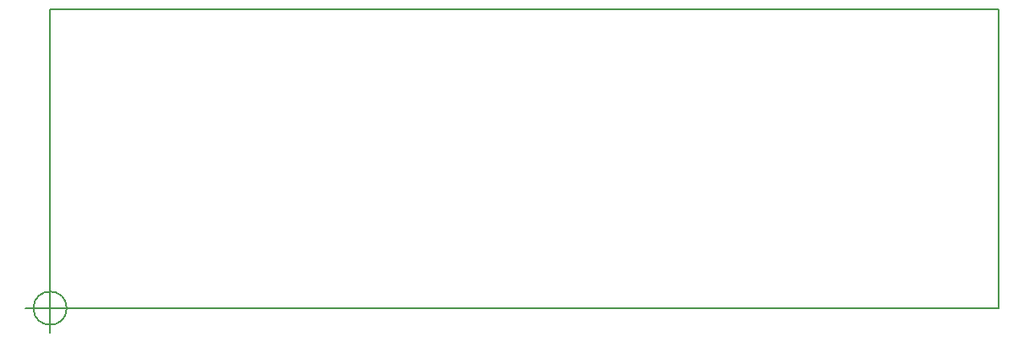
<source format=gbr>
G04 #@! TF.GenerationSoftware,KiCad,Pcbnew,(5.0.2)-1*
G04 #@! TF.CreationDate,2021-04-18T22:49:00+09:00*
G04 #@! TF.ProjectId,ESP32_LED,45535033-325f-44c4-9544-2e6b69636164,rev?*
G04 #@! TF.SameCoordinates,Original*
G04 #@! TF.FileFunction,Profile,NP*
%FSLAX46Y46*%
G04 Gerber Fmt 4.6, Leading zero omitted, Abs format (unit mm)*
G04 Created by KiCad (PCBNEW (5.0.2)-1) date 2021/04/18 22:49:00*
%MOMM*%
%LPD*%
G01*
G04 APERTURE LIST*
%ADD10C,0.150000*%
G04 APERTURE END LIST*
D10*
X91666666Y-100000000D02*
G75*
G03X91666666Y-100000000I-1666666J0D01*
G01*
X87500000Y-100000000D02*
X92500000Y-100000000D01*
X90000000Y-97500000D02*
X90000000Y-102500000D01*
X90000000Y-70000000D02*
X90000000Y-100000000D01*
X90000000Y-100000000D02*
X185000000Y-100000000D01*
X185000000Y-70000000D02*
X90000000Y-70000000D01*
X185000000Y-70000000D02*
X185000000Y-100000000D01*
M02*

</source>
